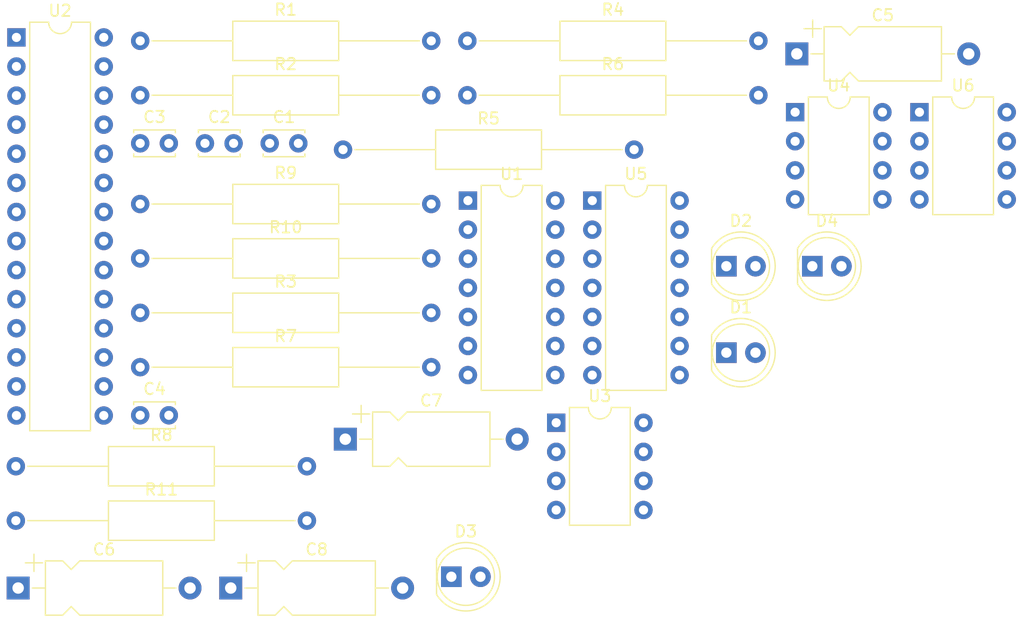
<source format=kicad_pcb>
(kicad_pcb (version 20211014) (generator pcbnew)
  (layers (0 "F.Cu" signal) (31 "B.Cu" signal) (34 "B.Paste" user) (35 "F.Paste" user) (36 "B.SilkS" user "B.Silkscreen") (37 "F.SilkS" user "F.Silkscreen") (38 "B.Mask" user) (39 "F.Mask" user) (44 "Edge.Cuts" user))
  (net 0 "")
  (net 1 "Net-(C1-Pad1)")
  (net 2 "Net-(C1-Pad2)")
  (net 3 "Net-(C2-Pad1)")
  (net 4 "Net-(C2-Pad2)")
  (net 5 "Net-(C3-Pad1)")
  (net 6 "Net-(C3-Pad2)")
  (net 7 "Net-(C4-Pad1)")
  (net 8 "Net-(C4-Pad2)")
  (net 9 "Net-(C5-Pad1)")
  (net 10 "Net-(C5-Pad2)")
  (net 11 "Net-(C6-Pad1)")
  (net 12 "Net-(C6-Pad2)")
  (net 13 "Net-(C7-Pad1)")
  (net 14 "Net-(C7-Pad2)")
  (net 15 "Net-(D1-Pad1)")
  (net 16 "Net-(D1-Pad2)")
  (net 17 "Net-(D2-Pad1)")
  (net 18 "Net-(D2-Pad2)")
  (net 19 "Net-(D3-Pad1)")
  (net 20 "Net-(D3-Pad2)")
  (net 21 "Net-(D4-Pad1)")
  (net 22 "Net-(D4-Pad2)")
  (net 23 "Net-(R1-Pad1)")
  (net 24 "Net-(R1-Pad2)")
  (net 25 "Net-(R2-Pad1)")
  (net 26 "Net-(R3-Pad1)")
  (net 27 "Net-(R4-Pad2)")
  (net 28 "Net-(R5-Pad1)")
  (net 29 "Net-(R5-Pad2)")
  (net 30 "Net-(R6-Pad1)")
  (net 31 "Net-(R6-Pad2)")
  (net 32 "Net-(R7-Pad2)")
  (net 33 "Net-(R8-Pad1)")
  (net 34 "Net-(R8-Pad2)")
  (net 35 "Net-(R9-Pad1)")
  (net 36 "Net-(R10-Pad1)")
  (net 37 "Net-(R10-Pad2)")
  (net 38 "Net-(R11-Pad1)")
  (net 39 "Net-(R11-Pad2)")
  (net 60 "Net-(U4-Pad1)")
  (net 67 "Earth")
  (net 69 "+5V")
  (footprint "Resistor_THT:R_Axial_DIN0309_L9.0mm_D3.2mm_P25.40mm_Horizontal" (layer "F.Cu") (at 153.8 82.49)
    (fp_text reference "R1" (at 12.7 -2.72) (layer "F.SilkS"))
    (fp_text value "R")
    (fp_line (start 17.32 1.72) (end 17.32 -1.72) (layer "F.SilkS") (width 0.12))
    (fp_line (start 17.32 -1.72) (end 8.08 -1.72) (layer "F.SilkS") (width 0.12))
    (fp_line (start 24.36 0) (end 17.32 0) (layer "F.SilkS") (width 0.12))
    (fp_line (start 8.08 1.72) (end 17.32 1.72) (layer "F.SilkS") (width 0.12))
    (fp_line (start 1.04 0) (end 8.08 0) (layer "F.SilkS") (width 0.12))
    (fp_line (start 8.08 -1.72) (end 8.08 1.72) (layer "F.SilkS") (width 0.12))
    (pad "1" thru_hole circle (at 0 0) (size 1.6 1.6) (drill 0.8) (layers *.Cu *.Mask) (net 23 "Net-(R1-Pad1)"))
    (pad "2" thru_hole oval (at 25.4 0) (size 1.6 1.6) (drill 0.8) (layers *.Cu *.Mask) (net 24 "Net-(R1-Pad2)"))
  )
  (footprint "Package_DIP:DIP-8_W7.62mm" (layer "F.Cu") (at 190.1 115.84)
    (fp_text reference "U3" (at 3.81 -2.33) (layer "F.SilkS"))
    (fp_text value "ATtiny13A-P")
    (fp_line (start 1.16 8.95) (end 6.46 8.95) (layer "F.SilkS") (width 0.12))
    (fp_line (start 6.46 8.95) (end 6.46 -1.33) (layer "F.SilkS") (width 0.12))
    (fp_line (start 6.46 -1.33) (end 4.81 -1.33) (layer "F.SilkS") (width 0.12))
    (fp_line (start 2.81 -1.33) (end 1.16 -1.33) (layer "F.SilkS") (width 0.12))
    (fp_line (start 1.16 -1.33) (end 1.16 8.95) (layer "F.SilkS") (width 0.12))
    (fp_arc (start 4.81 -1.33) (mid 3.81 -0.33) (end 2.81 -1.33) (layer "F.SilkS") (width 0.12))
    (pad "1" thru_hole rect (at 0 0) (size 1.6 1.6) (drill 0.8) (layers *.Cu *.Mask) (net 35 "Net-(R9-Pad1)"))
    (pad "2" thru_hole oval (at 0 2.54) (size 1.6 1.6) (drill 0.8) (layers *.Cu *.Mask) (net 18 "Net-(D2-Pad2)"))
    (pad "3" thru_hole oval (at 0 5.08) (size 1.6 1.6) (drill 0.8) (layers *.Cu *.Mask) (net 3 "Net-(C2-Pad1)"))
    (pad "4" thru_hole oval (at 0 7.62) (size 1.6 1.6) (drill 0.8) (layers *.Cu *.Mask) (net 67 "Earth"))
    (pad "5" thru_hole oval (at 7.62 7.62) (size 1.6 1.6) (drill 0.8) (layers *.Cu *.Mask) (net 8 "Net-(C4-Pad2)"))
    (pad "6" thru_hole oval (at 7.62 5.08) (size 1.6 1.6) (drill 0.8) (layers *.Cu *.Mask))
    (pad "7" thru_hole oval (at 7.62 2.54) (size 1.6 1.6) (drill 0.8) (layers *.Cu *.Mask))
    (pad "8" thru_hole oval (at 7.62 0) (size 1.6 1.6) (drill 0.8) (layers *.Cu *.Mask) (net 69 "+5V"))
  )
  (footprint "Resistor_THT:R_Axial_DIN0309_L9.0mm_D3.2mm_P25.40mm_Horizontal" (layer "F.Cu") (at 153.8 96.74)
    (fp_text reference "R9" (at 12.7 -2.72) (layer "F.SilkS"))
    (fp_text value "R")
    (fp_line (start 8.08 1.72) (end 17.32 1.72) (layer "F.SilkS") (width 0.12))
    (fp_line (start 8.08 -1.72) (end 8.08 1.72) (layer "F.SilkS") (width 0.12))
    (fp_line (start 17.32 1.72) (end 17.32 -1.72) (layer "F.SilkS") (width 0.12))
    (fp_line (start 17.32 -1.72) (end 8.08 -1.72) (layer "F.SilkS") (width 0.12))
    (fp_line (start 1.04 0) (end 8.08 0) (layer "F.SilkS") (width 0.12))
    (fp_line (start 24.36 0) (end 17.32 0) (layer "F.SilkS") (width 0.12))
    (pad "1" thru_hole circle (at 0 0) (size 1.6 1.6) (drill 0.8) (layers *.Cu *.Mask) (net 35 "Net-(R9-Pad1)"))
    (pad "2" thru_hole oval (at 25.4 0) (size 1.6 1.6) (drill 0.8) (layers *.Cu *.Mask) (net 11 "Net-(C6-Pad1)"))
  )
  (footprint "Capacitor_THT:CP_Axial_L10.0mm_D4.5mm_P15.00mm_Horizontal" (layer "F.Cu") (at 143.15 130.275)
    (fp_text reference "C6" (at 7.5 -3.37) (layer "F.SilkS"))
    (fp_text value "C_Polarized")
    (fp_line (start 4.63 -1.62) (end 5.38 -2.37) (layer "F.SilkS") (width 0.12))
    (fp_line (start 0.63 -2.2) (end 2.13 -2.2) (layer "F.SilkS") (width 0.12))
    (fp_line (start 3.88 2.37) (end 4.63 1.62) (layer "F.SilkS") (width 0.12))
    (fp_line (start 13.76 0) (end 12.62 0) (layer "F.SilkS") (width 0.12))
    (fp_line (start 1.24 0) (end 2.38 0) (layer "F.SilkS") (width 0.12))
    (fp_line (start 12.62 -2.37) (end 12.62 2.37) (layer "F.SilkS") (width 0.12))
    (fp_line (start 5.38 -2.37) (end 12.62 -2.37) (layer "F.SilkS") (width 0.12))
    (fp_line (start 2.38 2.37) (end 3.88 2.37) (layer "F.SilkS") (width 0.12))
    (fp_line (start 4.63 1.62) (end 5.38 2.37) (layer "F.SilkS") (width 0.12))
    (fp_line (start 2.38 -2.37) (end 3.88 -2.37) (layer "F.SilkS") (width 0.12))
    (fp_line (start 5.38 2.37) (end 12.62 2.37) (layer "F.SilkS") (width 0.12))
    (fp_line (start 3.88 -2.37) (end 4.63 -1.62) (layer "F.SilkS") (width 0.12))
    (fp_line (start 1.38 -2.95) (end 1.38 -1.45) (layer "F.SilkS") (width 0.12))
    (fp_line (start 2.38 -2.37) (end 2.38 2.37) (layer "F.SilkS") (width 0.12))
    (pad "1" thru_hole rect (at 0 0) (size 2 2) (drill 1) (layers *.Cu *.Mask) (net 11 "Net-(C6-Pad1)"))
    (pad "2" thru_hole oval (at 15 0) (size 2 2) (drill 1) (layers *.Cu *.Mask) (net 12 "Net-(C6-Pad2)"))
  )
  (footprint "Package_DIP:DIP-14_W7.62mm" (layer "F.Cu") (at 193.25 96.44)
    (fp_text reference "U5" (at 3.81 -2.33) (layer "F.SilkS"))
    (fp_text value "ATtiny24-20P")
    (fp_line (start 6.46 16.57) (end 6.46 -1.33) (layer "F.SilkS") (width 0.12))
    (fp_line (start 2.81 -1.33) (end 1.16 -1.33) (layer "F.SilkS") (width 0.12))
    (fp_line (start 6.46 -1.33) (end 4.81 -1.33) (layer "F.SilkS") (width 0.12))
    (fp_line (start 1.16 16.57) (end 6.46 16.57) (layer "F.SilkS") (width 0.12))
    (fp_line (start 1.16 -1.33) (end 1.16 16.57) (layer "F.SilkS") (width 0.12))
    (fp_arc (start 4.81 -1.33) (mid 3.81 -0.33) (end 2.81 -1.33) (layer "F.SilkS") (width 0.12))
    (pad "1" thru_hole rect (at 0 0) (size 1.6 1.6) (drill 0.8) (layers *.Cu *.Mask) (net 69 "+5V"))
    (pad "2" thru_hole oval (at 0 2.54) (size 1.6 1.6) (drill 0.8) (layers *.Cu *.Mask))
    (pad "3" thru_hole oval (at 0 5.08) (size 1.6 1.6) (drill 0.8) (layers *.Cu *.Mask) (net 38 "Net-(R11-Pad1)"))
    (pad "4" thru_hole oval (at 0 7.62) (size 1.6 1.6) (drill 0.8) (layers *.Cu *.Mask) (net 14 "Net-(C7-Pad2)"))
    (pad "5" thru_hole oval (at 0 10.16) (size 1.6 1.6) (drill 0.8) (layers *.Cu *.Mask))
    (pad "6" thru_hole oval (at 0 12.7) (size 1.6 1.6) (drill 0.8) (layers *.Cu *.Mask) (net 21 "Net-(D4-Pad1)"))
    (pad "7" thru_hole oval (at 0 15.24) (size 1.6 1.6) (drill 0.8) (layers *.Cu *.Mask))
    (pad "8" thru_hole oval (at 7.62 15.24) (size 1.6 1.6) (drill 0.8) (layers *.Cu *.Mask))
    (pad "9" thru_hole oval (at 7.62 12.7) (size 1.6 1.6) (drill 0.8) (layers *.Cu *.Mask) (net 37 "Net-(R10-Pad2)"))
    (pad "10" thru_hole oval (at 7.62 10.16) (size 1.6 1.6) (drill 0.8) (layers *.Cu *.Mask) (net 36 "Net-(R10-Pad1)"))
    (pad "11" thru_hole oval (at 7.62 7.62) (size 1.6 1.6) (drill 0.8) (layers *.Cu *.Mask) (net 7 "Net-(C4-Pad1)"))
    (pad "12" thru_hole oval (at 7.62 5.08) (size 1.6 1.6) (drill 0.8) (layers *.Cu *.Mask))
    (pad "13" thru_hole oval (at 7.62 2.54) (size 1.6 1.6) (drill 0.8) (layers *.Cu *.Mask) (net 17 "Net-(D2-Pad1)"))
    (pad "14" thru_hole oval (at 7.62 0) (size 1.6 1.6) (drill 0.8) (layers *.Cu *.Mask) (net 67 "Earth"))
  )
  (footprint "Resistor_THT:R_Axial_DIN0309_L9.0mm_D3.2mm_P25.40mm_Horizontal" (layer "F.Cu") (at 153.8 106.24)
    (fp_text reference "R3" (at 12.7 -2.72) (layer "F.SilkS"))
    (fp_text value "R")
    (fp_line (start 24.36 0) (end 17.32 0) (layer "F.SilkS") (width 0.12))
    (fp_line (start 17.32 -1.72) (end 8.08 -1.72) (layer "F.SilkS") (width 0.12))
    (fp_line (start 8.08 1.72) (end 17.32 1.72) (layer "F.SilkS") (width 0.12))
    (fp_line (start 1.04 0) (end 8.08 0) (layer "F.SilkS") (width 0.12))
    (fp_line (start 17.32 1.72) (end 17.32 -1.72) (layer "F.SilkS") (width 0.12))
    (fp_line (start 8.08 -1.72) (end 8.08 1.72) (layer "F.SilkS") (width 0.12))
    (pad "1" thru_hole circle (at 0 0) (size 1.6 1.6) (drill 0.8) (layers *.Cu *.Mask) (net 26 "Net-(R3-Pad1)"))
    (pad "2" thru_hole oval (at 25.4 0) (size 1.6 1.6) (drill 0.8) (layers *.Cu *.Mask) (net 16 "Net-(D1-Pad2)"))
  )
  (footprint "Capacitor_THT:CP_Axial_L10.0mm_D4.5mm_P15.00mm_Horizontal" (layer "F.Cu") (at 161.7 130.275)
    (fp_text reference "C8" (at 7.5 -3.37) (layer "F.SilkS"))
    (fp_text value "C_Polarized")
    (fp_line (start 12.62 -2.37) (end 12.62 2.37) (layer "F.SilkS") (width 0.12))
    (fp_line (start 3.88 2.37) (end 4.63 1.62) (layer "F.SilkS") (width 0.12))
    (fp_line (start 4.63 -1.62) (end 5.38 -2.37) (layer "F.SilkS") (width 0.12))
    (fp_line (start 1.38 -2.95) (end 1.38 -1.45) (layer "F.SilkS") (width 0.12))
    (fp_line (start 1.24 0) (end 2.38 0) (layer "F.SilkS") (width 0.12))
    (fp_line (start 2.38 -2.37) (end 2.38 2.37) (layer "F.SilkS") (width 0.12))
    (fp_line (start 3.88 -2.37) (end 4.63 -1.62) (layer "F.SilkS") (width 0.12))
    (fp_line (start 13.76 0) (end 12.62 0) (layer "F.SilkS") (width 0.12))
    (fp_line (start 5.38 2.37) (end 12.62 2.37) (layer "F.SilkS") (width 0.12))
    (fp_line (start 2.38 2.37) (end 3.88 2.37) (layer "F.SilkS") (width 0.12))
    (fp_line (start 0.63 -2.2) (end 2.13 -2.2) (layer "F.SilkS") (width 0.12))
    (fp_line (start 5.38 -2.37) (end 12.62 -2.37) (layer "F.SilkS") (width 0.12))
    (fp_line (start 2.38 -2.37) (end 3.88 -2.37) (layer "F.SilkS") (width 0.12))
    (fp_line (start 4.63 1.62) (end 5.38 2.37) (layer "F.SilkS") (width 0.12))
    (pad "1" thru_hole rect (at 0 0) (size 2 2) (drill 1) (layers *.Cu *.Mask) (net 13 "Net-(C7-Pad1)"))
    (pad "2" thru_hole oval (at 15 0) (size 2 2) (drill 1) (layers *.Cu *.Mask) (net 14 "Net-(C7-Pad2)"))
  )
  (footprint "Resistor_THT:R_Axial_DIN0309_L9.0mm_D3.2mm_P25.40mm_Horizontal" (layer "F.Cu") (at 153.8 110.99)
    (fp_text reference "R7" (at 12.7 -2.72) (layer "F.SilkS"))
    (fp_text value "R")
    (fp_line (start 8.08 -1.72) (end 8.08 1.72) (layer "F.SilkS") (width 0.12))
    (fp_line (start 24.36 0) (end 17.32 0) (layer "F.SilkS") (width 0.12))
    (fp_line (start 17.32 1.72) (end 17.32 -1.72) (layer "F.SilkS") (width 0.12))
    (fp_line (start 17.32 -1.72) (end 8.08 -1.72) (layer "F.SilkS") (width 0.12))
    (fp_line (start 8.08 1.72) (end 17.32 1.72) (layer "F.SilkS") (width 0.12))
    (fp_line (start 1.04 0) (end 8.08 0) (layer "F.SilkS") (width 0.12))
    (pad "1" thru_hole circle (at 0 0) (size 1.6 1.6) (drill 0.8) (layers *.Cu *.Mask) (net 29 "Net-(R5-Pad2)"))
    (pad "2" thru_hole oval (at 25.4 0) (size 1.6 1.6) (drill 0.8) (layers *.Cu *.Mask) (net 32 "Net-(R7-Pad2)"))
  )
  (footprint "Package_DIP:DIP-28_W7.62mm" (layer "F.Cu") (at 143 82.19)
    (fp_text reference "U2" (at 3.81 -2.33) (layer "F.SilkS"))
    (fp_text value "ATtiny28L-4P")
    (fp_line (start 1.16 -1.33) (end 1.16 34.35) (layer "F.SilkS") (width 0.12))
    (fp_line (start 1.16 34.35) (end 6.46 34.35) (layer "F.SilkS") (width 0.12))
    (fp_line (start 6.46 -1.33) (end 4.81 -1.33) (layer "F.SilkS") (width 0.12))
    (fp_line (start 6.46 34.35) (end 6.46 -1.33) (layer "F.SilkS") (width 0.12))
    (fp_line (start 2.81 -1.33) (end 1.16 -1.33) (layer "F.SilkS") (width 0.12))
    (fp_arc (start 4.81 -1.33) (mid 3.81 -0.33) (end 2.81 -1.33) (layer "F.SilkS") (width 0.12))
    (pad "1" thru_hole rect (at 0 0) (size 1.6 1.6) (drill 0.8) (layers *.Cu *.Mask))
    (pad "2" thru_hole oval (at 0 2.54) (size 1.6 1.6) (drill 0.8) (layers *.Cu *.Mask) (net 4 "Net-(C2-Pad2)"))
    (pad "3" thru_hole oval (at 0 5.08) (size 1.6 1.6) (drill 0.8) (layers *.Cu *.Mask))
    (pad "4" thru_hole oval (at 0 7.62) (size 1.6 1.6) (drill 0.8) (layers *.Cu *.Mask) (net 31 "Net-(R6-Pad2)"))
    (pad "5" thru_hole oval (at 0 10.16) (size 1.6 1.6) (drill 0.8) (layers *.Cu *.Mask) (net 6 "Net-(C3-Pad2)"))
    (pad "6" thru_hole oval (at 0 12.7) (size 1.6 1.6) (drill 0.8) (layers *.Cu *.Mask) (net 22 "Net-(D4-Pad2)"))
    (pad "7" thru_hole oval (at 0 15.24) (size 1.6 1.6) (drill 0.8) (layers *.Cu *.Mask) (net 69 "+5V"))
    (pad "8" thru_hole oval (at 0 17.78) (size 1.6 1.6) (drill 0.8) (layers *.Cu *.Mask) (net 67 "Earth"))
    (pad "9" thru_hole oval (at 0 20.32) (size 1.6 1.6) (drill 0.8) (layers *.Cu *.Mask) (net 15 "Net-(D1-Pad1)"))
    (pad "10" thru_hole oval (at 0 22.86) (size 1.6 1.6) (drill 0.8) (layers *.Cu *.Mask) (net 26 "Net-(R3-Pad1)"))
    (pad "11" thru_hole oval (at 0 25.4) (size 1.6 1.6) (drill 0.8) (layers *.Cu *.Mask))
    (pad "12" thru_hole oval (at 0 27.94) (size 1.6 1.6) (drill 0.8) (layers *.Cu *.Mask))
    (pad "13" thru_hole oval (at 0 30.48) (size 1.6 1.6) (drill 0.8) (layers *.Cu *.Mask) (net 33 "Net-(R8-Pad1)"))
    (pad "14" thru_hole oval (at 0 33.02) (size 1.6 1.6) (drill 0.8) (layers *.Cu *.Mask))
    (pad "15" thru_hole oval (at 7.62 33.02) (size 1.6 1.6) (drill 0.8) (layers *.Cu *.Mask) (net 27 "Net-(R4-Pad2)"))
    (pad "16" thru_hole oval (at 7.62 30.48) (size 1.6 1.6) (drill 0.8) (layers *.Cu *.Mask))
    (pad "17" thru_hole oval (at 7.62 27.94) (size 1.6 1.6) (drill 0.8) (layers *.Cu *.Mask))
    (pad "18" thru_hole oval (at 7.62 25.4) (size 1.6 1.6) (drill 0.8) (layers *.Cu *.Mask))
    (pad "19" thru_hole oval (at 7.62 22.86) (size 1.6 1.6) (drill 0.8) (layers *.Cu *.Mask))
    (pad "20" thru_hole oval (at 7.62 20.32) (size 1.6 1.6) (drill 0.8) (layers *.Cu *.Mask) (net 69 "+5V"))
    (pad "21" thru_hole oval (at 7.62 17.78) (size 1.6 1.6) (drill 0.8) (layers *.Cu *.Mask))
    (pad "22" thru_hole oval (at 7.62 15.24) (size 1.6 1.6) (drill 0.8) (layers *.Cu *.Mask) (net 67 "Earth"))
    (pad "23" thru_hole oval (at 7.62 12.7) (size 1.6 1.6) (drill 0.8) (layers *.Cu *.Mask) (net 2 "Net-(C1-Pad2)"))
    (pad "24" thru_hole oval (at 7.62 10.16) (size 1.6 1.6) (drill 0.8) (layers *.Cu *.Mask))
    (pad "25" thru_hole oval (at 7.62 7.62) (size 1.6 1.6) (drill 0.8) (layers *.Cu *.Mask) (net 25 "Net-(R2-Pad1)"))
    (pad "26" thru_hole oval (at 7.62 5.08) (size 1.6 1.6) (drill 0.8) (layers *.Cu *.Mask))
    (pad "27" thru_hole oval (at 7.62 2.54) (size 1.6 1.6) (drill 0.8) (layers *.Cu *.Mask) (net 24 "Net-(R1-Pad2)"))
    (pad "28" thru_hole oval (at 7.62 0) (size 1.6 1.6) (drill 0.8) (layers *.Cu *.Mask) (net 15 "Net-(D1-Pad1)"))
  )
  (footprint "LED_THT:LED_D5.0mm" (layer "F.Cu") (at 180.95 129.29)
    (fp_text reference "D3" (at 1.27 -3.96) (layer "F.SilkS"))
    (fp_text value "LED")
    (fp_line (start -1.29 -1.545) (end -1.29 1.545) (layer "F.SilkS") (width 0.12))
    (fp_arc (start -1.29 -1.54483) (mid 2.072002 -2.880433) (end 4.26 0.000462) (layer "F.SilkS") (width 0.12))
    (fp_arc (start 4.26 -0.000462) (mid 2.072002 2.880433) (end -1.29 1.54483) (layer "F.SilkS") (width 0.12))
    (fp_circle (center 1.27 0) (end 3.77 0) (layer "F.SilkS") (width 0.12) (fill none))
    (pad "1" thru_hole rect (at 0 0) (size 1.8 1.8) (drill 0.9) (layers *.Cu *.Mask) (net 19 "Net-(D3-Pad1)"))
    (pad "2" thru_hole circle (at 2.54 0) (size 1.8 1.8) (drill 0.9) (layers *.Cu *.Mask) (net 20 "Net-(D3-Pad2)"))
  )
  (footprint "Resistor_THT:R_Axial_DIN0309_L9.0mm_D3.2mm_P25.40mm_Horizontal" (layer "F.Cu") (at 182.35 82.49)
    (fp_text reference "R4" (at 12.7 -2.72) (layer "F.SilkS"))
    (fp_text value "R")
    (fp_line (start 8.08 -1.72) (end 8.08 1.72) (layer "F.SilkS") (width 0.12))
    (fp_line (start 8.08 1.72) (end 17.32 1.72) (layer "F.SilkS") (width 0.12))
    (fp_line (start 24.36 0) (end 17.32 0) (layer "F.SilkS") (width 0.12))
    (fp_line (start 17.32 1.72) (end 17.32 -1.72) (layer "F.SilkS") (width 0.12))
    (fp_line (start 17.32 -1.72) (end 8.08 -1.72) (layer "F.SilkS") (width 0.12))
    (fp_line (start 1.04 0) (end 8.08 0) (layer "F.SilkS") (width 0.12))
    (pad "1" thru_hole circle (at 0 0) (size 1.6 1.6) (drill 0.8) (layers *.Cu *.Mask) (net 1 "Net-(C1-Pad1)"))
    (pad "2" thru_hole oval (at 25.4 0) (size 1.6 1.6) (drill 0.8) (layers *.Cu *.Mask) (net 27 "Net-(R4-Pad2)"))
  )
  (footprint "Capacitor_THT:C_Disc_D3.4mm_W2.1mm_P2.50mm" (layer "F.Cu") (at 165.1 91.44)
    (fp_text reference "C1" (at 1.25 -2.3) (layer "F.SilkS"))
    (fp_text value "C")
    (fp_line (start 3.07 -1.17) (end 3.07 -0.925) (layer "F.SilkS") (width 0.12))
    (fp_line (start -0.57 -1.17) (end 3.07 -1.17) (layer "F.SilkS") (width 0.12))
    (fp_line (start -0.57 1.17) (end 3.07 1.17) (layer "F.SilkS") (width 0.12))
    (fp_line (start 3.07 0.925) (end 3.07 1.17) (layer "F.SilkS") (width 0.12))
    (fp_line (start -0.57 0.925) (end -0.57 1.17) (layer "F.SilkS") (width 0.12))
    (fp_line (start -0.57 -1.17) (end -0.57 -0.925) (layer "F.SilkS") (width 0.12))
    (pad "1" thru_hole circle (at 0 0) (size 1.6 1.6) (drill 0.8) (layers *.Cu *.Mask) (net 1 "Net-(C1-Pad1)"))
    (pad "2" thru_hole circle (at 2.5 0) (size 1.6 1.6) (drill 0.8) (layers *.Cu *.Mask) (net 2 "Net-(C1-Pad2)"))
  )
  (footprint "Capacitor_THT:C_Disc_D3.4mm_W2.1mm_P2.50mm" (layer "F.Cu") (at 159.45 91.44)
    (fp_text reference "C2" (at 1.25 -2.3) (layer "F.SilkS"))
    (fp_text value "C")
    (fp_line (start -0.57 -1.17) (end -0.57 -0.925) (layer "F.SilkS") (width 0.12))
    (fp_line (start -0.57 0.925) (end -0.57 1.17) (layer "F.SilkS") (width 0.12))
    (fp_line (start -0.57 -1.17) (end 3.07 -1.17) (layer "F.SilkS") (width 0.12))
    (fp_line (start 3.07 -1.17) (end 3.07 -0.925) (layer "F.SilkS") (width 0.12))
    (fp_line (start 3.07 0.925) (end 3.07 1.17) (layer "F.SilkS") (width 0.12))
    (fp_line (start -0.57 1.17) (end 3.07 1.17) (layer "F.SilkS") (width 0.12))
    (pad "1" thru_hole circle (at 0 0) (size 1.6 1.6) (drill 0.8) (layers *.Cu *.Mask) (net 3 "Net-(C2-Pad1)"))
    (pad "2" thru_hole circle (at 2.5 0) (size 1.6 1.6) (drill 0.8) (layers *.Cu *.Mask) (net 4 "Net-(C2-Pad2)"))
  )
  (footprint "Capacitor_THT:C_Disc_D3.4mm_W2.1mm_P2.50mm" (layer "F.Cu") (at 153.8 115.19)
    (fp_text reference "C4" (at 1.25 -2.3) (layer "F.SilkS"))
    (fp_text value "C")
    (fp_line (start -0.57 -1.17) (end -0.57 -0.925) (layer "F.SilkS") (width 0.12))
    (fp_line (start -0.57 0.925) (end -0.57 1.17) (layer "F.SilkS") (width 0.12))
    (fp_line (start 3.07 -1.17) (end 3.07 -0.925) (layer "F.SilkS") (width 0.12))
    (fp_line (start -0.57 1.17) (end 3.07 1.17) (layer "F.SilkS") (width 0.12))
    (fp_line (start 3.07 0.925) (end 3.07 1.17) (layer "F.SilkS") (width 0.12))
    (fp_line (start -0.57 -1.17) (end 3.07 -1.17) (layer "F.SilkS") (width 0.12))
    (pad "1" thru_hole circle (at 0 0) (size 1.6 1.6) (drill 0.8) (layers *.Cu *.Mask) (net 7 "Net-(C4-Pad1)"))
    (pad "2" thru_hole circle (at 2.5 0) (size 1.6 1.6) (drill 0.8) (layers *.Cu *.Mask) (net 8 "Net-(C4-Pad2)"))
  )
  (footprint "Capacitor_THT:CP_Axial_L10.0mm_D4.5mm_P15.00mm_Horizontal" (layer "F.Cu") (at 171.7 117.275)
    (fp_text reference "C7" (at 7.5 -3.37) (layer "F.SilkS"))
    (fp_text value "C_Polarized")
    (fp_line (start 5.38 2.37) (end 12.62 2.37) (layer "F.SilkS") (width 0.12))
    (fp_line (start 4.63 -1.62) (end 5.38 -2.37) (layer "F.SilkS") (width 0.12))
    (fp_line (start 3.88 2.37) (end 4.63 1.62) (layer "F.SilkS") (width 0.12))
    (fp_line (start 2.38 -2.37) (end 3.88 -2.37) (layer "F.SilkS") (width 0.12))
    (fp_line (start 1.38 -2.95) (end 1.38 -1.45) (layer "F.SilkS") (width 0.12))
    (fp_line (start 13.76 0) (end 12.62 0) (layer "F.SilkS") (width 0.12))
    (fp_line (start 2.38 2.37) (end 3.88 2.37) (layer "F.SilkS") (width 0.12))
    (fp_line (start 5.38 -2.37) (end 12.62 -2.37) (layer "F.SilkS") (width 0.12))
    (fp_line (start 1.24 0) (end 2.38 0) (layer "F.SilkS") (width 0.12))
    (fp_line (start 2.38 -2.37) (end 2.38 2.37) (layer "F.SilkS") (width 0.12))
    (fp_line (start 12.62 -2.37) (end 12.62 2.37) (layer "F.SilkS") (width 0.12))
    (fp_line (start 4.63 1.62) (end 5.38 2.37) (layer "F.SilkS") (width 0.12))
    (fp_line (start 3.88 -2.37) (end 4.63 -1.62) (layer "F.SilkS") (width 0.12))
    (fp_line (start 0.63 -2.2) (end 2.13 -2.2) (layer "F.SilkS") (width 0.12))
    (pad "1" thru_hole rect (at 0 0) (size 2 2) (drill 1) (layers *.Cu *.Mask) (net 13 "Net-(C7-Pad1)"))
    (pad "2" thru_hole oval (at 15 0) (size 2 2) (drill 1) (layers *.Cu *.Mask) (net 14 "Net-(C7-Pad2)"))
  )
  (footprint "LED_THT:LED_D5.0mm" (layer "F.Cu") (at 212.45 102.17)
    (fp_text reference "D4" (at 1.27 -3.96) (layer "F.SilkS"))
    (fp_text value "LED")
    (fp_line (start -1.29 -1.545) (end -1.29 1.545) (layer "F.SilkS") (width 0.12))
    (fp_arc (start -1.29 -1.54483) (mid 2.072002 -2.880433) (end 4.26 0.000462) (layer "F.SilkS") (width 0.12))
    (fp_arc (start 4.26 -0.000462) (mid 2.072002 2.880433) (end -1.29 1.54483) (layer "F.SilkS") (width 0.12))
    (fp_circle (center 1.27 0) (end 3.77 0) (layer "F.SilkS") (width 0.12) (fill none))
    (pad "1" thru_hole rect (at 0 0) (size 1.8 1.8) (drill 0.9) (layers *.Cu *.Mask) (net 21 "Net-(D4-Pad1)"))
    (pad "2" thru_hole circle (at 2.54 0) (size 1.8 1.8) (drill 0.9) (layers *.Cu *.Mask) (net 22 "Net-(D4-Pad2)"))
  )
  (footprint "LED_THT:LED_D5.0mm" (layer "F.Cu") (at 204.95 102.17)
    (fp_text reference "D2" (at 1.27 -3.96) (layer "F.SilkS"))
    (fp_text value "LED")
    (fp_line (start -1.29 -1.545) (end -1.29 1.545) (layer "F.SilkS") (width 0.12))
    (fp_arc (start 4.26 -0.000462) (mid 2.072002 2.880433) (end -1.29 1.54483) (layer "F.SilkS") (width 0.12))
    (fp_arc (start -1.29 -1.54483) (mid 2.072002 -2.880433) (end 4.26 0.000462) (layer "F.SilkS") (width 0.12))
    (fp_circle (center 1.27 0) (end 3.77 0) (layer "F.SilkS") (width 0.12) (fill none))
    (pad "1" thru_hole rect (at 0 0) (size 1.8 1.8) (drill 0.9) (layers *.Cu *.Mask) (net 17 "Net-(D2-Pad1)"))
    (pad "2" thru_hole circle (at 2.54 0) (size 1.8 1.8) (drill 0.9) (layers *.Cu *.Mask) (net 18 "Net-(D2-Pad2)"))
  )
  (footprint "Resistor_THT:R_Axial_DIN0309_L9.0mm_D3.2mm_P25.40mm_Horizontal" (layer "F.Cu") (at 142.95 124.39)
    (fp_text reference "R11" (at 12.7 -2.72) (layer "F.SilkS"))
    (fp_text value "R")
    (fp_line (start 8.08 1.72) (end 17.32 1.72) (layer "F.SilkS") (width 0.12))
    (fp_line (start 24.36 0) (end 17.32 0) (layer "F.SilkS") (width 0.12))
    (fp_line (start 1.04 0) (end 8.08 0) (layer "F.SilkS") (width 0.12))
    (fp_line (start 17.32 1.72) (end 17.32 -1.72) (layer "F.SilkS") (width 0.12))
    (fp_line (start 8.08 -1.72) (end 8.08 1.72) (layer "F.SilkS") (width 0.12))
    (fp_line (start 17.32 -1.72) (end 8.08 -1.72) (layer "F.SilkS") (width 0.12))
    (pad "1" thru_hole circle (at 0 0) (size 1.6 1.6) (drill 0.8) (layers *.Cu *.Mask) (net 38 "Net-(R11-Pad1)"))
    (pad "2" thru_hole oval (at 25.4 0) (size 1.6 1.6) (drill 0.8) (layers *.Cu *.Mask) (net 39 "Net-(R11-Pad2)"))
  )
  (footprint "Package_DIP:DIP-8_W7.62mm" (layer "F.Cu") (at 221.8 88.72)
    (fp_text reference "U6" (at 3.81 -2.33) (layer "F.SilkS"))
    (fp_text value "ATtiny85-20P")
    (fp_line (start 6.46 8.95) (end 6.46 -1.33) (layer "F.SilkS") (width 0.12))
    (fp_line (start 1.16 8.95) (end 6.46 8.95) (layer "F.SilkS") (width 0.12))
    (fp_line (start 6.46 -1.33) (end 4.81 -1.33) (layer "F.SilkS") (width 0.12))
    (fp_line (start 1.16 -1.33) (end 1.16 8.95) (layer "F.SilkS") (width 0.12))
    (fp_line (start 2.81 -1.33) (end 1.16 -1.33) (layer "F.SilkS") (width 0.12))
    (fp_arc (start 4.81 -1.33) (mid 3.81 -0.33) (end 2.81 -1.33) (layer "F.SilkS") (width 0.12))
    (pad "1" thru_hole rect (at 0 0) (size 1.6 1.6) (drill 0.8) (layers *.Cu *.Mask) (net 12 "Net-(C6-Pad2)"))
    (pad "2" thru_hole oval (at 0 2.54) (size 1.6 1.6) (drill 0.8) (layers *.Cu *.Mask) (net 13 "Net-(C7-Pad1)"))
    (pad "3" thru_hole oval (at 0 5.08) (size 1.6 1.6) (drill 0.8) (layers *.Cu *.Mask) (net 60 "Net-(U4-Pad1)"))
    (pad "4" thru_hole oval (at 0 7.62) (size 1.6 1.6) (drill 0.8) (layers *.Cu *.Mask) (net 67 "Earth"))
    (pad "5" thru_hole oval (at 7.62 7.62) (size 1.6 1.6) (drill 0.8) (layers *.Cu *.Mask) (net 39 "Net-(R11-Pad2)"))
    (pad "6" thru_hole oval (at 7.62 5.08) (size 1.6 1.6) (drill 0.8) (layers *.Cu *.Mask))
    (pad "7" thru_hole oval (at 7.62 2.54) (size 1.6 1.6) (drill 0.8) (layers *.Cu *.Mask) (net 10 "Net-(C5-Pad2)"))
    (pad "8" thru_hole oval (at 7.62 0) (size 1.6 1.6) (drill 0.8) (layers *.Cu *.Mask) (net 69 "+5V"))
  )
  (footprint "Capacitor_THT:C_Disc_D3.4mm_W2.1mm_P2.50mm" (layer "F.Cu") (at 153.8 91.44)
    (fp_text reference "C3" (at 1.25 -2.3) (layer "F.SilkS"))
    (fp_text value "C")
    (fp_line (start -0.57 0.925) (end -0.57 1.17) (layer "F.SilkS") (width 0.12))
    (fp_line (start -0.57 -1.17) (end -0.57 -0.925) (layer "F.SilkS") (width 0.12))
    (fp_line (start 3.07 0.925) (end 3.07 1.17) (layer "F.SilkS") (width 0.12))
    (fp_line (start -0.57 1.17) (end 3.07 1.17) (layer "F.SilkS") (width 0.12))
    (fp_line (start 3.07 -1.17) (end 3.07 -0.925) (layer "F.SilkS") (width 0.12))
    (fp_line (start -0.57 -1.17) (end 3.07 -1.17) (layer "F.SilkS") (width 0.12))
    (pad "1" thru_hole circle (at 0 0) (size 1.6 1.6) (drill 0.8) (layers *.Cu *.Mask) (net 5 "Net-(C3-Pad1)"))
    (pad "2" thru_hole circle (at 2.5 0) (size 1.6 1.6) (drill 0.8) (layers *.Cu *.Mask) (net 6 "Net-(C3-Pad2)"))
  )
  (footprint "Capacitor_THT:CP_Axial_L10.0mm_D4.5mm_P15.00mm_Horizontal" (layer "F.Cu") (at 211.1 83.625)
    (fp_text reference "C5" (at 7.5 -3.37) (layer "F.SilkS"))
    (fp_text value "C_Polarized")
    (fp_line (start 3.88 2.37) (end 4.63 1.62) (layer "F.SilkS") (width 0.12))
    (fp_line (start 1.24 0) (end 2.38 0) (layer "F.SilkS") (width 0.12))
    (fp_line (start 2.38 -2.37) (end 3.88 -2.37) (layer "F.SilkS") (width 0.12))
    (fp_line (start 2.38 -2.37) (end 2.38 2.37) (layer "F.SilkS") (width 0.12))
    (fp_line (start 4.63 -1.62) (end 5.38 -2.37) (layer "F.SilkS") (width 0.12))
    (fp_line (start 5.38 2.37) (end 12.62 2.37) (layer "F.SilkS") (width 0.12))
    (fp_line (start 0.63 -2.2) (end 2.13 -2.2) (layer "F.SilkS") (width 0.12))
    (fp_line (start 3.88 -2.37) (end 4.63 -1.62) (layer "F.SilkS") (width 0.12))
    (fp_line (start 4.63 1.62) (end 5.38 2.37) (layer "F.SilkS") (width 0.12))
    (fp_line (start 2.38 2.37) (end 3.88 2.37) (layer "F.SilkS") (width 0.12))
    (fp_line (start 5.38 -2.37) (end 12.62 -2.37) (layer "F.SilkS") (width 0.12))
    (fp_line (start 1.38 -2.95) (end 1.38 -1.45) (layer "F.SilkS") (width 0.12))
    (fp_line (start 12.62 -2.37) (end 12.62 2.37) (layer "F.SilkS") (width 0.12))
    (fp_line (start 13.76 0) (end 12.62 0) (layer "F.SilkS") (width 0.12))
    (pad "1" thru_hole rect (at 0 0) (size 2 2) (drill 1) (layers *.Cu *.Mask) (net 9 "Net-(C5-Pad1)"))
    (pad "2" thru_hole oval (at 15 0) (size 2 2) (drill 1) (layers *.Cu *.Mask) (net 10 "Net-(C5-Pad2)"))
  )
  (footprint "Resistor_THT:R_Axial_DIN0309_L9.0mm_D3.2mm_P25.40mm_Horizontal" (layer "F.Cu") (at 153.8 87.24)
    (fp_text reference "R2" (at 12.7 -2.72) (layer "F.SilkS"))
    (fp_text value "R")
    (fp_line (start 8.08 1.72) (end 17.32 1.72) (layer "F.SilkS") (width 0.12))
    (fp_line (start 17.32 -1.72) (end 8.08 -1.72) (layer "F.SilkS") (width 0.12))
    (fp_line (start 17.32 1.72) (end 17.32 -1.72) (layer "F.SilkS") (width 0.12))
    (fp_line (start 1.04 0) (end 8.08 0) (layer "F.SilkS") (width 0.12))
    (fp_line (start 8.08 -1.72) (end 8.08 1.72) (layer "F.SilkS") (width 0.12))
    (fp_line (start 24.36 0) (end 17.32 0) (layer "F.SilkS") (width 0.12))
    (pad "1" thru_hole circle (at 0 0) (size 1.6 1.6) (drill 0.8) (layers *.Cu *.Mask) (net 25 "Net-(R2-Pad1)"))
    (pad "2" thru_hole oval (at 25.4 0) (size 1.6 1.6) (drill 0.8) (layers *.Cu *.Mask) (net 1 "Net-(C1-Pad1)"))
  )
  (footprint "Resistor_THT:R_Axial_DIN0309_L9.0mm_D3.2mm_P25.40mm_Horizontal" (layer "F.Cu") (at 182.35 87.24)
    (fp_text reference "R6" (at 12.7 -2.72) (layer "F.SilkS"))
    (fp_text value "R")
    (fp_line (start 8.08 -1.72) (end 8.08 1.72) (layer "F.SilkS") (width 0.12))
    (fp_line (start 17.32 1.72) (end 17.32 -1.72) (layer "F.SilkS") (width 0.12))
    (fp_line (start 1.04 0) (end 8.08 0) (layer "F.SilkS") (width 0.12))
    (fp_line (start 17.32 -1.72) (end 8.08 -1.72) (layer "F.SilkS") (width 0.12))
    (fp_line (start 8.08 1.72) (end 17.32 1.72) (layer "F.SilkS") (width 0.12))
    (fp_line (start 24.36 0) (end 17.32 0) (layer "F.SilkS") (width 0.12))
    (pad "1" thru_hole circle (at 0 0) (size 1.6 1.6) (drill 0.8) (layers *.Cu *.Mask) (net 30 "Net-(R6-Pad1)"))
    (pad "2" thru_hole oval (at 25.4 0) (size 1.6 1.6) (drill 0.8) (layers *.Cu *.Mask) (net 31 "Net-(R6-Pad2)"))
  )
  (footprint "Resistor_THT:R_Axial_DIN0309_L9.0mm_D3.2mm_P25.40mm_Horizontal" (layer "F.Cu") (at 171.5 91.99)
    (fp_text reference "R5" (at 12.7 -2.72) (layer "F.SilkS"))
    (fp_text value "R")
    (fp_line (start 24.36 0) (end 17.32 0) (layer "F.SilkS") (width 0.12))
    (fp_line (start 8.08 1.72) (end 17.32 1.72) (layer "F.SilkS") (width 0.12))
    (fp_line (start 8.08 -1.72) (end 8.08 1.72) (layer "F.SilkS") (width 0.12))
    (fp_line (start 17.32 1.72) (end 17.32 -1.72) (layer "F.SilkS") (width 0.12))
    (fp_line (start 1.04 0) (end 8.08 0) (layer "F.SilkS") (width 0.12))
    (fp_line (start 17.32 -1.72) (end 8.08 -1.72) (layer "F.SilkS") (width 0.12))
    (pad "1" thru_hole circle (at 0 0) (size 1.6 1.6) (drill 0.8) (layers *.Cu *.Mask) (net 28 "Net-(R5-Pad1)"))
    (pad "2" thru_hole oval (at 25.4 0) (size 1.6 1.6) (drill 0.8) (layers *.Cu *.Mask) (net 29 "Net-(R5-Pad2)"))
  )
  (footprint "Package_DIP:DIP-8_W7.62mm" (layer "F.Cu") (at 210.95 88.72)
    (fp_text reference "U4" (at 3.81 -2.33) (layer "F.SilkS"))
    (fp_text value "ATtiny25-20P")
    (fp_line (start 1.16 8.95) (end 6.46 8.95) (layer "F.SilkS") (width 0.12))
    (fp_line (start 6.46 -1.33) (end 4.81 -1.33) (layer "F.SilkS") (width 0.12))
    (fp_line (start 6.46 8.95) (end 6.46 -1.33) (layer "F.SilkS") (width 0.12))
    (fp_line (start 1.16 -1.33) (end 1.16 8.95) (layer "F.SilkS") (width 0.12))
    (fp_line (start 2.81 -1.33) (end 1.16 -1.33) (layer "F.SilkS") (width 0.12))
    (fp_arc (start 4.81 -1.33) (mid 3.81 -0.33) (end 2.81 -1.33) (layer "F.SilkS") (width 0.12))
    (pad "1" thru_hole rect (at 0 0) (size 1.6 1.6) (drill 0.8) (layers *.Cu *.Mask) (net 60 "Net-(U4-Pad1)"))
    (pad "2" thru_hole oval (at 0 2.54) (size 1.6 1.6) (drill 0.8) (layers *.Cu *.Mask))
    (pad "3" thru_hole oval (at 0 5.08) (size 1.6 1.6) (drill 0.8) (layers *.Cu *.Mask) (net 9 "Net-(C5-Pad1)"))
    (pad "4" thru_hole oval (at 0 7.62) (size 1.6 1.6) (drill 0.8) (layers *.Cu *.Mask) (net 67 "Earth"))
    (pad "5" thru_hole oval (at 7.62 7.62) (size 1.6 1.6) (drill 0.8) (layers *.Cu *.Mask) (net 32 "Net-(R7-Pad2)"))
    (pad "6" thru_hole oval (at 7.62 5.08) (size 1.6 1.6) (drill 0.8) (layers *.Cu *.Mask) (net 20 "Net-(D3-Pad2)"))
    (pad "7" thru_hole oval (at 7.62 2.54) (size 1.6 1.6) (drill 0.8) (layers *.Cu *.Mask) (net 34 "Net-(R8-Pad2)"))
    (pad "8" thru_hole oval (at 7.62 0) (size 1.6 1.6) (drill 0.8) (layers *.Cu *.Mask) (net 69 "+5V"))
  )
  (footprint "LED_THT:LED_D5.0mm" (layer "F.Cu") (at 204.95 109.72)
    (fp_text reference "D1" (at 1.27 -3.96) (layer "F.SilkS"))
    (fp_text value "LED")
    (fp_line (start -1.29 -1.545) (end -1.29 1.545) (layer "F.SilkS") (width 0.12))
    (fp_arc (start -1.29 -1.54483) (mid 2.072002 -2.880433) (end 4.26 0.000462) (layer "F.SilkS") (width 0.12))
    (fp_arc (start 4.26 -0.000462) (mid 2.072002 2.880433) (end -1.29 1.54483) (layer "F.SilkS") (width 0.12))
    (fp_circle (center 1.27 0) (end 3.77 0) (layer "F.SilkS") (width 0.12) (fill none))
    (pad "1" thru_hole rect (at 0 0) (size 1.8 1.8) (drill 0.9) (layers *.Cu *.Mask) (net 15 "Net-(D1-Pad1)"))
    (pad "2" thru_hole circle (at 2.54 0) (size 1.8 1.8) (drill 0.9) (layers *.Cu *.Mask) (net 16 "Net-(D1-Pad2)"))
  )
  (footprint "Resistor_THT:R_Axial_DIN0309_L9.0mm_D3.2mm_P25.40mm_Horizontal" (layer "F.Cu") (at 153.8 101.49)
    (fp_text reference "R10" (at 12.7 -2.72) (layer "F.SilkS"))
    (fp_text value "R")
    (fp_line (start 24.36 0) (end 17.32 0) (layer "F.SilkS") (width 0.12))
    (fp_line (start 17.32 -1.72) (end 8.08 -1.72) (layer "F.SilkS") (width 0.12))
    (fp_line (start 1.04 0) (end 8.08 0) (layer "F.SilkS") (width 0.12))
    (fp_line (start 8.08 1.72) (end 17.32 1.72) (layer "F.SilkS") (width 0.12))
    (fp_line (start 17.32 1.72) (end 17.32 -1.72) (layer "F.SilkS") (width 0.12))
    (fp_line (start 8.08 -1.72) (end 8.08 1.72) (layer "F.SilkS") (width 0.12))
    (pad "1" thru_hole circle (at 0 0) (size 1.6 1.6) (drill 0.8) (layers *.Cu *.Mask) (net 36 "Net-(R10-Pad1)"))
    (pad "2" thru_hole oval (at 25.4 0) (size 1.6 1.6) (drill 0.8) (layers *.Cu *.Mask) (net 37 "Net-(R10-Pad2)"))
  )
  (footprint "Resistor_THT:R_Axial_DIN0309_L9.0mm_D3.2mm_P25.40mm_Horizontal" (layer "F.Cu") (at 142.95 119.64)
    (fp_text reference "R8" (at 12.7 -2.72) (layer "F.SilkS"))
    (fp_text value "R")
    (fp_line (start 1.04 0) (end 8.08 0) (layer "F.SilkS") (width 0.12))
    (fp_line (start 8.08 1.72) (end 17.32 1.72) (layer "F.SilkS") (width 0.12))
    (fp_line (start 24.36 0) (end 17.32 0) (layer "F.SilkS") (width 0.12))
    (fp_line (start 8.08 -1.72) (end 8.08 1.72) (layer "F.SilkS") (width 0.12))
    (fp_line (start 17.32 1.72) (end 17.32 -1.72) (layer "F.SilkS") (width 0.12))
    (fp_line (start 17.32 -1.72) (end 8.08 -1.72) (layer "F.SilkS") (width 0.12))
    (pad "1" thru_hole circle (at 0 0) (size 1.6 1.6) (drill 0.8) (layers *.Cu *.Mask) (net 33 "Net-(R8-Pad1)"))
    (pad "2" thru_hole oval (at 25.4 0) (size 1.6 1.6) (drill 0.8) (layers *.Cu *.Mask) (net 34 "Net-(R8-Pad2)"))
  )
  (footprint "Package_DIP:DIP-14_W7.62mm" (layer "F.Cu") (at 182.4 96.44)
    (fp_text reference "U1" (at 3.81 -2.33) (layer "F.SilkS"))
    (fp_text value "ATtiny24-20P")
    (fp_line (start 6.46 -1.33) (end 4.81 -1.33) (layer "F.SilkS") (width 0.12))
    (fp_line (start 1.16 16.57) (end 6.46 16.57) (layer "F.SilkS") (width 0.12))
    (fp_line (start 1.16 -1.33) (end 1.16 16.57) (layer "F.SilkS") (width 0.12))
    (fp_line (start 2.81 -1.33) (end 1.16 -1.33) (layer "F.SilkS") (width 0.12))
    (fp_line (start 6.46 16.57) (end 6.46 -1.33) (layer "F.SilkS") (width 0.12))
    (fp_arc (start 4.81 -1.33) (mid 3.81 -0.33) (end 2.81 -1.33) (layer "F.SilkS") (width 0.12))
    (pad "1" thru_hole rect (at 0 0) (size 1.6 1.6) (drill 0.8) (layers *.Cu *.Mask) (net 69 "+5V"))
    (pad "2" thru_hole oval (at 0 2.54) (size 1.6 1.6) (drill 0.8) (layers *.Cu *.Mask))
    (pad "3" thru_hole oval (at 0 5.08) (size 1.6 1.6) (drill 0.8) (layers *.Cu *.Mask) (net 30 "Net-(R6-Pad1)"))
    (pad "4" thru_hole oval (at 0 7.62) (size 1.6 1.6) (drill 0.8) (layers *.Cu *.Mask) (net 23 "Net-(R1-Pad1)"))
    (pad "5" thru_hole oval (at 0 10.16) (size 1.6 1.6) (drill 0.8) (layers *.Cu *.Mask) (net 1 "Net-(C1-Pad1)"))
    (pad "6" thru_hole oval (at 0 12.7) (size 1.6 1.6) (drill 0.8) (layers *.Cu *.Mask) (net 28 "Net-(R5-Pad1)"))
    (pad "7" thru_hole oval (at 0 15.24) (size 1.6 1.6) (drill 0.8) (layers *.Cu *.Mask))
    (pad "8" thru_hole oval (at 7.62 15.24) (size 1.6 1.6) (drill 0.8) (layers *.Cu *.Mask) (net 19 "Net-(D3-Pad1)"))
    (pad "9" thru_hole oval (at 7.62 12.7) (size 1.6 1.6) (drill 0.8) (layers *.Cu *.Mask))
    (pad "10" thru_hole oval (at 7.62 10.16) (size 1.6 1.6) (drill 0.8) (layers *.Cu *.Mask))
    (pad "11" thru_hole oval (at 7.62 7.62) (size 1.6 1.6) (drill 0.8) (layers *.Cu *.Mask))
    (pad "12" thru_hole oval (at 7.62 5.08) (size 1.6 1.6) (drill 0.8) (layers *.Cu *.Mask))
    (pad "13" thru_hole oval (at 7.62 2.54) (size 1.6 1.6) (drill 0.8) (layers *.Cu *.Mask) (net 5 "Net-(C3-Pad1)"))
    (pad "14" thru_hole oval (at 7.62 0) (size 1.6 1.6) (drill 0.8) (layers *.Cu *.Mask) (net 67 "Earth"))
  )
)
</source>
